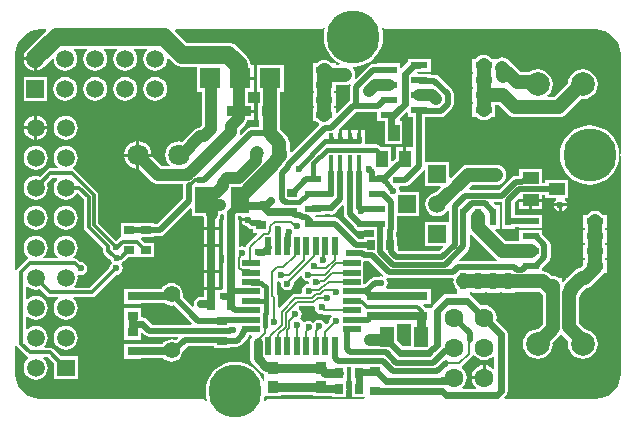
<source format=gtl>
G04*
G04 #@! TF.GenerationSoftware,Altium Limited,Altium Designer,20.0.12 (288)*
G04*
G04 Layer_Physical_Order=1*
G04 Layer_Color=255*
%FSLAX44Y44*%
%MOMM*%
G71*
G01*
G75*
%ADD10C,0.2000*%
%ADD11C,0.2500*%
%ADD12C,0.6000*%
%ADD15C,0.3000*%
%ADD16C,0.1600*%
%ADD31R,0.9500X0.8000*%
%ADD36R,0.8000X0.9500*%
%ADD49C,1.6000*%
%ADD54C,1.5000*%
%ADD59R,0.8500X0.7000*%
%ADD60R,0.6000X1.4500*%
%ADD61R,0.9000X1.0000*%
%ADD62R,0.7000X0.8500*%
%ADD63R,1.4000X1.0000*%
%ADD64R,1.4500X0.6000*%
%ADD65R,1.0000X1.4000*%
%ADD66R,0.4000X0.9000*%
%ADD67R,1.2000X1.7400*%
%ADD68R,1.5000X0.5500*%
%ADD69R,0.5500X1.5000*%
%ADD70R,1.6000X2.2500*%
%ADD71C,0.4000*%
%ADD72C,0.5000*%
%ADD73C,1.2000*%
%ADD74C,0.8000*%
%ADD75C,1.5000*%
%ADD76C,0.7000*%
%ADD77C,1.0000*%
%ADD78C,1.0000*%
%ADD79C,4.5000*%
%ADD80R,1.5000X1.4500*%
%ADD81R,1.5000X1.5000*%
%ADD82R,1.5000X1.5000*%
%ADD83C,2.0000*%
%ADD84C,1.4000*%
%ADD85C,1.8000*%
%ADD86C,1.2000*%
%ADD87R,1.8000X1.8000*%
%ADD88C,0.6000*%
G36*
X266090Y317439D02*
X265322Y314909D01*
X264839Y310000D01*
X265322Y305091D01*
X266754Y300371D01*
X269079Y296021D01*
X272208Y292208D01*
X276021Y289079D01*
X278258Y287884D01*
X277940Y286614D01*
X275040D01*
Y287590D01*
X271857D01*
X271741Y287741D01*
X271341Y288141D01*
X269557Y289510D01*
X268340Y290014D01*
X267479Y290370D01*
X265250Y290664D01*
X263021Y290370D01*
X260943Y289510D01*
X259159Y288141D01*
X258737Y287590D01*
X255460D01*
Y276510D01*
X255503D01*
X255816Y276160D01*
X255460Y274890D01*
X255460D01*
Y263810D01*
X256636D01*
Y262190D01*
X255460D01*
Y251110D01*
X256636D01*
Y249490D01*
X255460D01*
Y238410D01*
X258737D01*
X259159Y237859D01*
X260644Y236720D01*
X260984Y235265D01*
X237868Y212149D01*
X236533Y212610D01*
X236320Y214229D01*
X235914Y215211D01*
Y219994D01*
X235620Y222224D01*
X234760Y224301D01*
X233391Y226085D01*
X227594Y231882D01*
Y239397D01*
X227835Y239980D01*
X228129Y242210D01*
Y263460D01*
X231340D01*
Y286540D01*
X208260D01*
Y263460D01*
X210901D01*
Y254290D01*
X209460D01*
Y239710D01*
X210366D01*
Y233453D01*
X203314D01*
X201348Y233062D01*
X199681Y231948D01*
X194515Y226782D01*
X193438Y227502D01*
X193596Y227882D01*
X193855Y229851D01*
X193714Y230925D01*
X193758Y231263D01*
X198128Y235632D01*
X199336Y237208D01*
X200096Y239042D01*
X200184Y239710D01*
X206040D01*
Y245730D01*
X199500D01*
Y248270D01*
X206040D01*
Y254290D01*
X200355D01*
Y263460D01*
X205940D01*
Y273730D01*
X194400D01*
Y276270D01*
X205940D01*
Y286540D01*
X202957D01*
X202682Y288634D01*
X201670Y291077D01*
X200061Y293174D01*
X200061Y293174D01*
X191274Y301961D01*
X189177Y303570D01*
X186734Y304582D01*
X184113Y304927D01*
X184113Y304927D01*
X149395D01*
X139104Y315217D01*
X139590Y316391D01*
X261419D01*
X261696Y316336D01*
X263078Y316610D01*
X264249Y317393D01*
X265031Y318564D01*
X265107Y318575D01*
X266090Y317439D01*
D02*
G37*
G36*
X286968Y270114D02*
X287684Y269322D01*
X287361Y267699D01*
Y256279D01*
X286048Y255402D01*
X276213Y245567D01*
X275040Y246053D01*
Y249490D01*
X273864D01*
Y251110D01*
X275040D01*
Y262190D01*
X273864D01*
Y263810D01*
X275040D01*
Y269386D01*
X283000D01*
X285229Y269680D01*
X286678Y270280D01*
X286968Y270114D01*
D02*
G37*
G36*
X314969Y318564D02*
X315751Y317393D01*
X316922Y316610D01*
X318304Y316336D01*
X318581Y316391D01*
X495000Y316391D01*
X495153Y316421D01*
X499182Y316024D01*
X503203Y314804D01*
X506909Y312824D01*
X510158Y310158D01*
X512824Y306909D01*
X514804Y303203D01*
X516024Y299182D01*
X516421Y295153D01*
X516391Y295000D01*
Y210474D01*
X515121Y210411D01*
X515080Y210820D01*
X514678Y214909D01*
X513246Y219629D01*
X510921Y223979D01*
X507792Y227792D01*
X503979Y230921D01*
X499629Y233246D01*
X494909Y234678D01*
X490000Y235161D01*
X485091Y234678D01*
X480371Y233246D01*
X476021Y230921D01*
X472208Y227792D01*
X469079Y223979D01*
X466754Y219629D01*
X465322Y214909D01*
X464839Y210000D01*
X465322Y205091D01*
X466754Y200371D01*
X469079Y196021D01*
X472208Y192208D01*
X476021Y189079D01*
X480371Y186754D01*
X485091Y185322D01*
X490000Y184839D01*
X494909Y185322D01*
X499629Y186754D01*
X503979Y189079D01*
X507792Y192208D01*
X510921Y196021D01*
X513246Y200371D01*
X514678Y205091D01*
X515080Y209180D01*
X515121Y209589D01*
X516391Y209526D01*
Y25000D01*
X516421Y24847D01*
X516024Y20818D01*
X514804Y16797D01*
X512824Y13091D01*
X510158Y9842D01*
X506909Y7176D01*
X503203Y5196D01*
X499182Y3976D01*
X495153Y3579D01*
X495000Y3609D01*
X418202D01*
X417716Y4783D01*
X418994Y6061D01*
X418994Y6061D01*
X420219Y7893D01*
X420649Y10055D01*
X420648Y10055D01*
Y58100D01*
X420649Y58100D01*
X420219Y60262D01*
X418994Y62094D01*
X418994Y62094D01*
X411023Y70065D01*
X411331Y72400D01*
X410969Y75152D01*
X409907Y77716D01*
X408217Y79917D01*
X406016Y81607D01*
X403451Y82669D01*
X400700Y83031D01*
X398365Y82724D01*
X390394Y90694D01*
X388562Y91919D01*
X388380Y91955D01*
X388505Y93225D01*
X388740D01*
Y94401D01*
X390360D01*
Y93225D01*
X401440D01*
Y94401D01*
X403060D01*
Y93225D01*
X414140D01*
Y94401D01*
X415760D01*
Y93225D01*
X426840D01*
Y94401D01*
X447167D01*
X450386Y91182D01*
Y66887D01*
X446130Y62631D01*
X446000Y62648D01*
X442726Y62217D01*
X439676Y60954D01*
X437056Y58944D01*
X435046Y56324D01*
X433783Y53274D01*
X433352Y50000D01*
X433783Y46726D01*
X435046Y43676D01*
X437056Y41056D01*
X439676Y39046D01*
X442726Y37783D01*
X446000Y37352D01*
X449274Y37783D01*
X452324Y39046D01*
X454944Y41056D01*
X456954Y43676D01*
X458217Y46726D01*
X458648Y50000D01*
X458557Y50695D01*
X465091Y57229D01*
X465154Y57312D01*
X466762Y57321D01*
X471758Y52325D01*
X471452Y50000D01*
X471883Y46726D01*
X473146Y43676D01*
X475156Y41056D01*
X477776Y39046D01*
X480826Y37783D01*
X484100Y37352D01*
X487374Y37783D01*
X490424Y39046D01*
X493044Y41056D01*
X495054Y43676D01*
X496317Y46726D01*
X496748Y50000D01*
X496317Y53274D01*
X495054Y56324D01*
X493044Y58944D01*
X490424Y60954D01*
X487374Y62217D01*
X486056Y62391D01*
X480884Y67563D01*
Y89347D01*
X481720Y90436D01*
X482247Y91710D01*
X482790D01*
Y93358D01*
X486918Y97487D01*
X488609Y97709D01*
X490686Y98570D01*
X492470Y99939D01*
X500591Y108059D01*
X501960Y109843D01*
X502174Y110360D01*
X504290D01*
Y121440D01*
X503114D01*
Y123060D01*
X504290D01*
Y134140D01*
X503114D01*
Y135760D01*
X504290D01*
Y146840D01*
X503114D01*
Y148460D01*
X504290D01*
Y159540D01*
X501013D01*
X500591Y160091D01*
X498807Y161460D01*
X496729Y162320D01*
X494500Y162614D01*
X492271Y162320D01*
X490193Y161460D01*
X488409Y160091D01*
X487987Y159540D01*
X484710D01*
Y148460D01*
X485886D01*
Y146840D01*
X484710D01*
Y135760D01*
X485886D01*
Y134140D01*
X484710D01*
Y123060D01*
X485886D01*
Y121440D01*
X484710D01*
Y116542D01*
X482741Y114572D01*
X481050Y114350D01*
X480190Y113993D01*
X478973Y113489D01*
X477189Y112120D01*
X471358Y106290D01*
X469710D01*
Y104642D01*
X468169Y103101D01*
X467694Y102482D01*
X467036Y102549D01*
X466339Y102802D01*
X466290Y102920D01*
Y106290D01*
X463198D01*
X462977Y106460D01*
X460899Y107320D01*
X458670Y107614D01*
X458359Y107573D01*
X456826Y109106D01*
X455042Y110474D01*
X453825Y110978D01*
X452965Y111335D01*
X450735Y111628D01*
X449790D01*
Y114173D01*
X455384Y119766D01*
X456498Y121433D01*
X456889Y123400D01*
Y133800D01*
X456498Y135766D01*
X455384Y137434D01*
X449790Y143027D01*
Y146840D01*
X430210D01*
Y137214D01*
X419519D01*
X410181Y146551D01*
X410667Y147725D01*
X414140D01*
Y167305D01*
X410327D01*
X408409Y169223D01*
X408895Y170396D01*
X415703D01*
X416161Y170020D01*
Y167305D01*
X415760D01*
Y147725D01*
X426840D01*
Y148861D01*
X430210D01*
Y148460D01*
X449790D01*
Y159540D01*
X430210D01*
Y159139D01*
X426840D01*
Y167305D01*
X426439D01*
Y170136D01*
X429287Y172984D01*
X429803Y172770D01*
X440000D01*
X449540D01*
Y175861D01*
X452460D01*
Y173460D01*
X461164D01*
X461549Y172190D01*
X461256Y171994D01*
X460031Y170162D01*
X459854Y169270D01*
X470646D01*
X470469Y170162D01*
X469244Y171994D01*
X468951Y172190D01*
X469336Y173460D01*
X471540D01*
Y188540D01*
X452460D01*
Y186139D01*
X449540D01*
Y198040D01*
X430460D01*
Y192409D01*
X427438D01*
X425472Y192018D01*
X423805Y190904D01*
X413574Y180673D01*
X388355D01*
X387869Y181847D01*
X390408Y184386D01*
X411000D01*
X413229Y184680D01*
X415307Y185540D01*
X417091Y186909D01*
X418460Y188693D01*
X419320Y190771D01*
X419614Y193000D01*
X419320Y195229D01*
X418460Y197307D01*
X417091Y199091D01*
X415307Y200460D01*
X413229Y201320D01*
X411000Y201614D01*
X386841D01*
X386840Y201614D01*
X385726Y201467D01*
X384611Y201320D01*
X382533Y200460D01*
X380750Y199091D01*
X380749Y199091D01*
X372608Y190949D01*
X372310Y190561D01*
X371040Y190992D01*
Y203840D01*
X350960D01*
X350889Y205081D01*
Y242311D01*
X354887D01*
X355591Y242171D01*
X363909D01*
X365875Y242562D01*
X367542Y243676D01*
X373424Y249558D01*
X374538Y251225D01*
X374929Y253191D01*
Y261509D01*
X374538Y263475D01*
X373424Y265142D01*
X362082Y276484D01*
X360415Y277598D01*
X358449Y277989D01*
X355540D01*
Y278890D01*
X344883D01*
X344204Y280160D01*
X344365Y280401D01*
X345750D01*
X346296Y280510D01*
X355540D01*
Y291590D01*
X346296D01*
X345750Y291698D01*
X341129D01*
X340583Y291590D01*
X335960D01*
Y288869D01*
X330713Y283623D01*
X329540Y284109D01*
Y287590D01*
X309960D01*
Y287189D01*
X306851D01*
X304885Y286798D01*
X303218Y285684D01*
X292264Y274730D01*
X291187Y275449D01*
X291320Y275771D01*
X291614Y278000D01*
X291320Y280229D01*
X290460Y282307D01*
X289455Y283616D01*
X289872Y284553D01*
X290109Y284850D01*
X294909Y285322D01*
X299629Y286754D01*
X303979Y289079D01*
X307792Y292208D01*
X310921Y296021D01*
X313246Y300371D01*
X314678Y305091D01*
X315161Y310000D01*
X314678Y314909D01*
X313910Y317439D01*
X314893Y318575D01*
X314969Y318564D01*
D02*
G37*
G36*
X25000Y316391D02*
X29330D01*
X29816Y315217D01*
X13639Y299041D01*
X12030Y296943D01*
X11018Y294501D01*
X10777Y292670D01*
X20800D01*
Y291400D01*
X22070D01*
Y281441D01*
X23421Y281618D01*
X25863Y282630D01*
X27961Y284239D01*
X29544Y286303D01*
X34938Y291697D01*
X36116Y291078D01*
X36418Y288779D01*
X37430Y286337D01*
X39039Y284239D01*
X41137Y282630D01*
X43579Y281618D01*
X46200Y281273D01*
X48821Y281618D01*
X51263Y282630D01*
X53361Y284239D01*
X54970Y286337D01*
X55982Y288779D01*
X56327Y291400D01*
X55982Y294021D01*
X54970Y296463D01*
X53361Y298561D01*
X53217Y298671D01*
X53625Y299873D01*
X64175D01*
X64583Y298671D01*
X64439Y298561D01*
X62830Y296463D01*
X61818Y294021D01*
X61473Y291400D01*
X61818Y288779D01*
X62830Y286337D01*
X64439Y284239D01*
X66537Y282630D01*
X68979Y281618D01*
X71600Y281273D01*
X74221Y281618D01*
X76663Y282630D01*
X78761Y284239D01*
X80370Y286337D01*
X81382Y288779D01*
X81727Y291400D01*
X81382Y294021D01*
X80370Y296463D01*
X78761Y298561D01*
X78617Y298671D01*
X79025Y299873D01*
X89575D01*
X89983Y298671D01*
X89839Y298561D01*
X88230Y296463D01*
X87218Y294021D01*
X86873Y291400D01*
X87218Y288779D01*
X88230Y286337D01*
X89839Y284239D01*
X91937Y282630D01*
X94379Y281618D01*
X97000Y281273D01*
X99621Y281618D01*
X102063Y282630D01*
X104161Y284239D01*
X105770Y286337D01*
X106782Y288779D01*
X107127Y291400D01*
X106782Y294021D01*
X105770Y296463D01*
X104161Y298561D01*
X104017Y298671D01*
X104425Y299873D01*
X114975D01*
X115383Y298671D01*
X115239Y298561D01*
X113630Y296463D01*
X112618Y294021D01*
X112273Y291400D01*
X112618Y288779D01*
X113630Y286337D01*
X115239Y284239D01*
X117337Y282630D01*
X119779Y281618D01*
X122400Y281273D01*
X125021Y281618D01*
X127463Y282630D01*
X129561Y284239D01*
X131170Y286337D01*
X132182Y288779D01*
X132521Y291361D01*
X132900Y291647D01*
X133658Y292021D01*
X138039Y287640D01*
X138039Y287639D01*
X140137Y286030D01*
X142579Y285019D01*
X145200Y284673D01*
X157460D01*
Y263460D01*
X161895D01*
Y247000D01*
X162145Y245101D01*
Y235150D01*
X160263Y233268D01*
X158369Y233019D01*
X157295Y232574D01*
X156535Y232259D01*
X154960Y231050D01*
X145195Y221285D01*
X142500Y221640D01*
X139487Y221243D01*
X136680Y220080D01*
X134270Y218230D01*
X132420Y215820D01*
X131257Y213013D01*
X130860Y210000D01*
X131257Y206987D01*
X132420Y204180D01*
X134270Y201770D01*
X134611Y201508D01*
X134203Y200305D01*
X127950D01*
X119525Y208730D01*
X108770D01*
Y197975D01*
X119422Y187322D01*
X120997Y186114D01*
X122832Y185354D01*
X124800Y185095D01*
X145311D01*
X146020Y184230D01*
Y173538D01*
X123871Y151389D01*
X121040D01*
Y152290D01*
X107460D01*
Y152290D01*
X107040D01*
Y152290D01*
X93460D01*
Y140652D01*
X92974Y140556D01*
X91638Y139663D01*
X89520Y137545D01*
X89221Y137605D01*
X74119Y152706D01*
Y175995D01*
X73806Y177571D01*
X72913Y178908D01*
X54408Y197413D01*
X53071Y198306D01*
X52908Y198338D01*
X52592Y199696D01*
X53561Y200439D01*
X55170Y202537D01*
X56182Y204979D01*
X56527Y207600D01*
X56182Y210221D01*
X55170Y212663D01*
X53561Y214761D01*
X51463Y216370D01*
X49021Y217382D01*
X46400Y217727D01*
X43779Y217382D01*
X41337Y216370D01*
X39239Y214761D01*
X37630Y212663D01*
X36618Y210221D01*
X36273Y207600D01*
X36618Y204979D01*
X37630Y202537D01*
X39239Y200439D01*
X39957Y199889D01*
X39525Y198619D01*
X33300D01*
X31724Y198306D01*
X30387Y197413D01*
X24565Y191590D01*
X23621Y191982D01*
X21000Y192327D01*
X18379Y191982D01*
X15937Y190970D01*
X13839Y189361D01*
X12230Y187263D01*
X11218Y184821D01*
X10873Y182200D01*
X11218Y179579D01*
X12230Y177137D01*
X13839Y175039D01*
X15937Y173430D01*
X18379Y172418D01*
X21000Y172073D01*
X23621Y172418D01*
X26063Y173430D01*
X28161Y175039D01*
X29770Y177137D01*
X30782Y179579D01*
X31127Y182200D01*
X30782Y184821D01*
X30391Y185765D01*
X35006Y190381D01*
X38660D01*
X39048Y189111D01*
X37630Y187263D01*
X36618Y184821D01*
X36273Y182200D01*
X36618Y179579D01*
X37630Y177137D01*
X39239Y175039D01*
X41337Y173430D01*
X43779Y172418D01*
X46400Y172073D01*
X49021Y172418D01*
X51463Y173430D01*
X53561Y175039D01*
X55170Y177137D01*
X55178Y177157D01*
X56676Y177455D01*
X61611Y172520D01*
Y149231D01*
X61924Y147655D01*
X62817Y146319D01*
X77841Y131295D01*
Y129084D01*
X78154Y127508D01*
X79047Y126171D01*
X83171Y122047D01*
X84508Y121154D01*
X84520Y121152D01*
X84667Y120412D01*
X85851Y118640D01*
X84884Y117994D01*
X83659Y116161D01*
X83273Y114221D01*
X66872Y97819D01*
X54140D01*
X53752Y99089D01*
X55170Y100937D01*
X56182Y103379D01*
X56527Y106000D01*
X56304Y107691D01*
X56339Y107763D01*
X57458Y108658D01*
X59000Y108351D01*
X61162Y108781D01*
X62994Y110006D01*
X64219Y111838D01*
X64648Y114000D01*
X64219Y116162D01*
X62994Y117994D01*
X61162Y119219D01*
X59000Y119649D01*
X58470Y119543D01*
X56801Y121213D01*
X55465Y122106D01*
X53888Y122419D01*
X53275D01*
X52843Y123689D01*
X53561Y124239D01*
X55170Y126337D01*
X56182Y128779D01*
X56527Y131400D01*
X56182Y134021D01*
X55170Y136463D01*
X53561Y138561D01*
X51463Y140170D01*
X49021Y141182D01*
X46400Y141527D01*
X43779Y141182D01*
X41337Y140170D01*
X39239Y138561D01*
X37630Y136463D01*
X36618Y134021D01*
X36273Y131400D01*
X36618Y128779D01*
X37630Y126337D01*
X39239Y124239D01*
X39957Y123689D01*
X39525Y122419D01*
X27875D01*
X27443Y123689D01*
X28161Y124239D01*
X29770Y126337D01*
X30782Y128779D01*
X31127Y131400D01*
X30782Y134021D01*
X29770Y136463D01*
X28161Y138561D01*
X26063Y140170D01*
X23621Y141182D01*
X21000Y141527D01*
X18379Y141182D01*
X15937Y140170D01*
X13839Y138561D01*
X12230Y136463D01*
X11218Y134021D01*
X10873Y131400D01*
X11218Y128779D01*
X12230Y126337D01*
X13839Y124239D01*
X14808Y123496D01*
X14492Y122138D01*
X14329Y122106D01*
X12993Y121213D01*
X5787Y114008D01*
X4894Y112671D01*
X4879Y112595D01*
X3609Y112720D01*
Y293736D01*
X3609Y293750D01*
X3609Y295000D01*
X3686Y296238D01*
X3976Y299182D01*
X5196Y303203D01*
X7176Y306909D01*
X9842Y310158D01*
X13091Y312824D01*
X16797Y314804D01*
X20818Y316024D01*
X24847Y316421D01*
X25000Y316391D01*
D02*
G37*
G36*
X309960Y238410D02*
X316352D01*
Y231000D01*
X316351Y231000D01*
X316460Y230454D01*
Y219460D01*
X331540D01*
Y238540D01*
X329540D01*
Y241502D01*
X331947Y243909D01*
X333065Y244656D01*
X334787Y246377D01*
X335960Y245891D01*
Y242410D01*
X340611D01*
Y216540D01*
X334770D01*
Y207000D01*
X332230D01*
Y216540D01*
X325960D01*
Y206955D01*
X324730Y206134D01*
X323213Y204617D01*
X322040Y205103D01*
Y216540D01*
X313506D01*
X312273Y217773D01*
X310771Y218777D01*
X309000Y219129D01*
X309000Y219129D01*
X299540D01*
Y221303D01*
X299629Y221750D01*
Y224000D01*
X299540Y224447D01*
Y231040D01*
X296270D01*
Y224000D01*
X293730D01*
Y231040D01*
X288270D01*
Y224000D01*
X285730D01*
Y231040D01*
X280270D01*
Y224000D01*
X277730D01*
Y231403D01*
X277395Y232213D01*
X291810Y246629D01*
X309960D01*
Y238410D01*
D02*
G37*
G36*
X281861Y166935D02*
Y160000D01*
X282252Y158034D01*
X283366Y156366D01*
X290585Y149148D01*
X290613Y149007D01*
X291838Y147174D01*
X293670Y145950D01*
X295832Y145520D01*
X297993Y145950D01*
X299190Y146750D01*
X300460Y146462D01*
Y146410D01*
X307611D01*
Y140790D01*
X298710D01*
Y139139D01*
X294128D01*
X277634Y155634D01*
X275966Y156748D01*
X274000Y157139D01*
X265540D01*
Y157490D01*
X257890D01*
X257640Y157840D01*
X258293Y159110D01*
X265540D01*
Y159686D01*
X269317D01*
X271000Y159352D01*
X273162Y159781D01*
X274994Y161006D01*
X276219Y162838D01*
X276247Y162979D01*
X280688Y167421D01*
X281861Y166935D01*
D02*
G37*
G36*
X195737Y156940D02*
X195604Y156270D01*
X201000D01*
Y153730D01*
X195604D01*
X195781Y152838D01*
X197006Y151006D01*
X198838Y149781D01*
X199726Y149605D01*
X200386Y148616D01*
X202053Y147502D01*
X204020Y147111D01*
X204710D01*
Y144210D01*
X207954D01*
X208440Y143037D01*
X200158Y134755D01*
X199375Y133584D01*
X199264Y133022D01*
X198222Y132262D01*
X197865Y132286D01*
X196010Y132655D01*
X194060Y132267D01*
X192790Y132920D01*
Y140290D01*
X192790D01*
Y140710D01*
X192790D01*
Y155290D01*
X192408D01*
Y158199D01*
X192419Y158210D01*
X195071D01*
X195737Y156940D01*
D02*
G37*
G36*
X350960Y197326D02*
Y183760D01*
X363234D01*
X363452Y183511D01*
X363791Y182490D01*
X359650Y178349D01*
X358379Y178182D01*
X355937Y177170D01*
X353839Y175561D01*
X352230Y173463D01*
X351218Y171021D01*
X350873Y168400D01*
X351218Y165779D01*
X352230Y163337D01*
X353839Y161239D01*
X355937Y159630D01*
X358379Y158618D01*
X361000Y158273D01*
X363621Y158618D01*
X366063Y159630D01*
X368161Y161239D01*
X369291Y162713D01*
X370561Y162282D01*
Y153040D01*
X350960D01*
Y132960D01*
X365784D01*
X366271Y131787D01*
X363123Y128639D01*
X328496D01*
X327389Y129746D01*
Y133000D01*
X327290Y133497D01*
Y140790D01*
X326389D01*
Y144583D01*
X326748Y145119D01*
X327139Y147086D01*
Y158360D01*
X345640D01*
Y178440D01*
X330203D01*
X329397Y179422D01*
X329414Y179509D01*
X328984Y181670D01*
X328663Y182151D01*
X329342Y183421D01*
X333424D01*
X335391Y183812D01*
X337058Y184926D01*
X349384Y197252D01*
X349690Y197711D01*
X350960Y197326D01*
D02*
G37*
G36*
X153210Y164534D02*
Y158210D01*
X162631D01*
X162654Y158032D01*
X163264Y156560D01*
X163210Y155290D01*
X163210D01*
Y149270D01*
X169750D01*
X176290D01*
Y155290D01*
X176290D01*
X176671Y156402D01*
X177346Y158032D01*
X177587Y159860D01*
X178822Y160022D01*
X180092Y159194D01*
Y155290D01*
X179710D01*
Y140710D01*
X179710D01*
Y140290D01*
X179710D01*
Y125710D01*
X180092D01*
Y118290D01*
X179710D01*
Y103710D01*
Y96141D01*
X177588Y95719D01*
X177410Y95599D01*
X177166Y95730D01*
X169750D01*
X163210D01*
Y90158D01*
X161000D01*
X158643Y89690D01*
X156645Y88355D01*
X155310Y86357D01*
X154842Y84000D01*
X155049Y82957D01*
X154047Y81518D01*
X153791Y81476D01*
X145348Y89919D01*
X145622Y92000D01*
X145295Y94490D01*
X144333Y96811D01*
X142804Y98804D01*
X140811Y100333D01*
X138490Y101294D01*
X136000Y101622D01*
X133510Y101294D01*
X131189Y100333D01*
X129196Y98804D01*
X127741Y96908D01*
X103500D01*
X102905Y96790D01*
X95710D01*
Y83710D01*
X110290D01*
Y84592D01*
X129984D01*
X131189Y83667D01*
X133510Y82705D01*
X136000Y82378D01*
X138081Y82652D01*
X153171Y67562D01*
X152685Y66389D01*
X119242D01*
X116577Y69054D01*
X116545Y69209D01*
X115315Y71038D01*
X113478Y72256D01*
X111314Y72678D01*
X111190Y72677D01*
X110290Y73574D01*
Y80290D01*
X95710D01*
Y67210D01*
X95710D01*
Y66790D01*
X95710D01*
Y53710D01*
X110290D01*
Y59147D01*
X111463Y59633D01*
X113480Y57616D01*
X115147Y56502D01*
X117114Y56111D01*
X141120D01*
X141606Y54938D01*
X139885Y53217D01*
X138490Y53794D01*
X136000Y54122D01*
X133510Y53794D01*
X131189Y52833D01*
X129196Y51304D01*
X128413Y50283D01*
X110290D01*
Y50290D01*
X95710D01*
Y37210D01*
X110290D01*
Y37967D01*
X128988D01*
X129196Y37696D01*
X131189Y36167D01*
X133510Y35206D01*
X136000Y34878D01*
X138490Y35206D01*
X140811Y36167D01*
X142804Y37696D01*
X144333Y39689D01*
X145295Y42010D01*
X145610Y44408D01*
X149774Y48571D01*
X172210D01*
Y46710D01*
X185790D01*
Y47571D01*
X191120D01*
X193087Y47962D01*
X194754Y49076D01*
X200391Y54714D01*
X201505Y56381D01*
X201670Y57210D01*
X203367D01*
X203972Y55940D01*
X203287Y55048D01*
X202628Y53457D01*
X202404Y51750D01*
Y38000D01*
X202628Y36293D01*
X203287Y34702D01*
X204336Y33336D01*
X211586Y26086D01*
X212952Y25037D01*
X214543Y24378D01*
X214710Y24356D01*
Y22560D01*
X214710Y22210D01*
X214710D01*
Y21290D01*
X214710D01*
Y19177D01*
X213440Y18989D01*
X213246Y19629D01*
X210921Y23979D01*
X207792Y27792D01*
X203979Y30921D01*
X199629Y33246D01*
X194909Y34678D01*
X190000Y35161D01*
X185091Y34678D01*
X180371Y33246D01*
X176021Y30921D01*
X172208Y27792D01*
X169079Y23979D01*
X166754Y19629D01*
X165322Y14909D01*
X164839Y10000D01*
X165322Y5091D01*
X166090Y2561D01*
X165107Y1425D01*
X165031Y1436D01*
X164249Y2607D01*
X163078Y3390D01*
X161696Y3664D01*
X161419Y3609D01*
X25000D01*
X24847Y3579D01*
X20818Y3976D01*
X16797Y5196D01*
X13091Y7176D01*
X9842Y9842D01*
X7176Y13091D01*
X5196Y16797D01*
X3976Y20818D01*
X3687Y23752D01*
X3609Y25000D01*
X3609Y25000D01*
X3609Y26250D01*
Y48480D01*
X4879Y48605D01*
X4894Y48529D01*
X5787Y47193D01*
X13065Y39915D01*
X14401Y39022D01*
X14432Y39016D01*
X14748Y37658D01*
X13839Y36961D01*
X12230Y34863D01*
X11218Y32421D01*
X10873Y29800D01*
X11218Y27179D01*
X12230Y24737D01*
X13839Y22639D01*
X15937Y21030D01*
X18379Y20018D01*
X21000Y19673D01*
X23621Y20018D01*
X26063Y21030D01*
X28161Y22639D01*
X29770Y24737D01*
X30782Y27179D01*
X31127Y29800D01*
X30782Y32421D01*
X29770Y34863D01*
X28161Y36961D01*
X27538Y37438D01*
X27969Y38709D01*
X31416D01*
X36360Y33765D01*
Y20010D01*
X56440D01*
Y39590D01*
X42185D01*
X36035Y45740D01*
X34699Y46633D01*
X33122Y46947D01*
X28615D01*
X28297Y48217D01*
X29770Y50137D01*
X30782Y52579D01*
X31127Y55200D01*
X30782Y57821D01*
X29770Y60263D01*
X28161Y62361D01*
X26063Y63970D01*
X23621Y64982D01*
X21000Y65327D01*
X18379Y64982D01*
X15937Y63970D01*
X14089Y62552D01*
X12819Y62940D01*
Y72860D01*
X14089Y73248D01*
X15937Y71830D01*
X18379Y70818D01*
X21000Y70473D01*
X23621Y70818D01*
X26063Y71830D01*
X28161Y73439D01*
X29770Y75537D01*
X30782Y77979D01*
X31127Y80600D01*
X30782Y83221D01*
X29770Y85663D01*
X28161Y87761D01*
X26063Y89370D01*
X23621Y90382D01*
X21000Y90727D01*
X18379Y90382D01*
X15937Y89370D01*
X14089Y87952D01*
X12819Y88340D01*
Y98260D01*
X14089Y98648D01*
X15937Y97230D01*
X18379Y96218D01*
X21000Y95873D01*
X23621Y96218D01*
X24565Y96609D01*
X30387Y90787D01*
X31724Y89894D01*
X33300Y89581D01*
X39525D01*
X39957Y88311D01*
X39239Y87761D01*
X37630Y85663D01*
X36618Y83221D01*
X36273Y80600D01*
X36618Y77979D01*
X37630Y75537D01*
X39239Y73439D01*
X41337Y71830D01*
X43779Y70818D01*
X46400Y70473D01*
X49021Y70818D01*
X51463Y71830D01*
X53561Y73439D01*
X55170Y75537D01*
X56182Y77979D01*
X56527Y80600D01*
X56182Y83221D01*
X55170Y85663D01*
X53561Y87761D01*
X52843Y88311D01*
X53275Y89581D01*
X68578D01*
X70155Y89894D01*
X71491Y90787D01*
X89099Y108395D01*
X91039Y108781D01*
X92872Y110006D01*
X94096Y111838D01*
X94527Y114000D01*
X94096Y116161D01*
X92913Y117933D01*
X93880Y118580D01*
X94377Y119323D01*
X94474Y119342D01*
X95810Y120235D01*
X99285Y123710D01*
X107040D01*
X107040Y123710D01*
X107460D01*
Y123710D01*
X108310Y123710D01*
X121040D01*
Y135790D01*
X113285D01*
X110135Y138940D01*
X110661Y140210D01*
X121040D01*
Y141111D01*
X126000D01*
X127966Y141502D01*
X129634Y142616D01*
X152037Y165019D01*
X153210Y164534D01*
D02*
G37*
G36*
X389809Y142560D02*
X409860Y122509D01*
X411601Y121173D01*
X411614Y121048D01*
X411294Y119903D01*
X379585D01*
X379059Y121173D01*
X386834Y128948D01*
X387948Y130615D01*
X388339Y132582D01*
Y142390D01*
X389609Y142822D01*
X389809Y142560D01*
D02*
G37*
G36*
X315449Y108284D02*
X314824Y107113D01*
X313389Y107399D01*
X311227Y106969D01*
X311108Y106889D01*
X308250D01*
X306283Y106498D01*
X304616Y105384D01*
X299810Y100577D01*
X298540Y101103D01*
Y113210D01*
Y119417D01*
X299386Y120111D01*
X303622D01*
X315449Y108284D01*
D02*
G37*
G36*
X246371Y107498D02*
X246586Y106418D01*
X247810Y104586D01*
X249643Y103361D01*
X251207Y103050D01*
X252307Y102082D01*
X252012Y100903D01*
X249851Y100473D01*
X248018Y99249D01*
X246794Y97416D01*
X246364Y95255D01*
X246694Y93594D01*
X245896Y92324D01*
X240599D01*
X239218Y92049D01*
X238047Y91267D01*
X227640Y80860D01*
X226370Y81386D01*
Y89617D01*
X226096Y90998D01*
X225313Y92169D01*
X225069Y92414D01*
Y102558D01*
X225980Y103045D01*
X226339Y103118D01*
X227434Y102900D01*
X228457Y101534D01*
X228351Y101000D01*
X228781Y98838D01*
X230005Y97006D01*
X231838Y95781D01*
X234000Y95351D01*
X236161Y95781D01*
X237994Y97006D01*
X239218Y98838D01*
X239648Y101000D01*
X239387Y102310D01*
X244993Y107915D01*
X246371Y107498D01*
D02*
G37*
G36*
X320040Y105821D02*
X373744D01*
X373939Y105722D01*
X374764Y104712D01*
X374792Y104578D01*
X374586Y103015D01*
X374880Y100785D01*
X375740Y98708D01*
X377109Y96924D01*
X377660Y96501D01*
Y93225D01*
X376753Y92348D01*
X369377D01*
X369377Y92349D01*
X367215Y91919D01*
X365383Y90694D01*
X365383Y90694D01*
X357006Y82317D01*
X356212Y81130D01*
X355290Y80290D01*
X351349D01*
X351243Y80418D01*
X350913Y80913D01*
X350734Y81032D01*
X350597Y81197D01*
X348978Y82513D01*
X349403Y83710D01*
X355290D01*
Y96790D01*
X318049D01*
X317586Y98060D01*
X318607Y99588D01*
X319037Y101750D01*
X318607Y103912D01*
X317914Y104949D01*
X318678Y106092D01*
X320040Y105821D01*
D02*
G37*
G36*
X257185Y81128D02*
X257390Y80802D01*
X257781Y78838D01*
X259005Y77006D01*
X260838Y75781D01*
X262999Y75351D01*
X263647Y75480D01*
X264118Y75165D01*
X265499Y74891D01*
X271306D01*
X271691Y73621D01*
X271155Y73262D01*
X269930Y71430D01*
X269500Y69268D01*
X269590Y68814D01*
X267540Y66764D01*
X266333Y67034D01*
X266187Y67207D01*
X264994Y68994D01*
X263161Y70218D01*
X261000Y70648D01*
X258838Y70218D01*
X257005Y68994D01*
X256337Y67994D01*
X255994D01*
X254162Y69219D01*
X252000Y69648D01*
X249838Y69219D01*
X248870Y68571D01*
X247831Y68201D01*
X247242Y68895D01*
X246506Y69997D01*
X244828Y71118D01*
X245980Y72842D01*
X246410Y75004D01*
X245980Y77165D01*
X244756Y78998D01*
X243766Y79660D01*
X243531Y81098D01*
X244144Y81835D01*
X256076D01*
X256228Y81866D01*
X257185Y81128D01*
D02*
G37*
G36*
X338760Y47948D02*
X332040D01*
X327240Y52748D01*
Y67210D01*
X338760D01*
Y47948D01*
D02*
G37*
G36*
X393183Y39483D02*
X395385Y37793D01*
X397948Y36731D01*
X400700Y36369D01*
X403451Y36731D01*
X406016Y37793D01*
X408082Y39379D01*
X409327Y39106D01*
X409352Y39098D01*
Y29502D01*
X409327Y29494D01*
X408082Y29221D01*
X406016Y30807D01*
X403451Y31869D01*
X401970Y32064D01*
Y21600D01*
X400700D01*
Y20330D01*
X390236D01*
X390431Y18849D01*
X391493Y16285D01*
X393183Y14083D01*
X393996Y13458D01*
X393565Y12189D01*
X382435D01*
X382004Y13458D01*
X382817Y14083D01*
X384507Y16285D01*
X385569Y18849D01*
X385931Y21600D01*
X385569Y24351D01*
X384507Y26916D01*
X382817Y29117D01*
X381992Y29750D01*
X382043Y31312D01*
X382247Y31448D01*
X390152Y39353D01*
X390864Y40418D01*
X391211Y40557D01*
X392261Y40684D01*
X393183Y39483D01*
D02*
G37*
G36*
X287960Y18460D02*
X288460D01*
Y4960D01*
X299951D01*
X299995Y4879D01*
X299243Y3609D01*
X218580D01*
X218304Y3664D01*
X216922Y3390D01*
X215751Y2607D01*
X214969Y1436D01*
X214893Y1425D01*
X213910Y2561D01*
X214678Y5091D01*
X214788Y6210D01*
X221321D01*
X221750Y6154D01*
X222179Y6210D01*
X228790D01*
Y7154D01*
X255710D01*
Y6210D01*
X262321D01*
X262750Y6154D01*
X262864Y6169D01*
X263250Y6092D01*
X264847D01*
X264893Y6061D01*
X267250Y5592D01*
X271960D01*
Y4960D01*
X284040D01*
Y11155D01*
X284158Y11750D01*
X284040Y12345D01*
Y18460D01*
X284540D01*
Y25321D01*
X284596Y25750D01*
X284540Y26179D01*
Y30121D01*
X287960D01*
Y18460D01*
D02*
G37*
%LPC*%
G36*
X400250Y294664D02*
X398021Y294370D01*
X395943Y293510D01*
X394159Y292141D01*
X393737Y291590D01*
X390460D01*
Y280510D01*
X391636D01*
Y278890D01*
X390460D01*
Y267810D01*
X391636D01*
Y266190D01*
X390460D01*
Y255110D01*
X391636D01*
Y253490D01*
X390460D01*
Y242410D01*
X393737D01*
X394159Y241859D01*
X395943Y240490D01*
X398021Y239630D01*
X400250Y239336D01*
X402479Y239630D01*
X404557Y240490D01*
X406341Y241859D01*
X406763Y242410D01*
X410040D01*
Y252136D01*
X413432D01*
X420959Y244609D01*
X422743Y243240D01*
X424821Y242380D01*
X427050Y242086D01*
X463802D01*
X466031Y242380D01*
X468109Y243240D01*
X469893Y244609D01*
X482806Y257522D01*
X484100Y257352D01*
X487374Y257783D01*
X490424Y259046D01*
X493044Y261056D01*
X495054Y263676D01*
X496317Y266726D01*
X496748Y270000D01*
X496317Y273274D01*
X495054Y276324D01*
X493044Y278944D01*
X490424Y280954D01*
X487374Y282217D01*
X484100Y282648D01*
X480826Y282217D01*
X477776Y280954D01*
X475156Y278944D01*
X473146Y276324D01*
X471883Y273274D01*
X471532Y270612D01*
X460234Y259314D01*
X454648D01*
X454240Y260516D01*
X454944Y261056D01*
X456954Y263676D01*
X458217Y266726D01*
X458648Y270000D01*
X458217Y273274D01*
X456954Y276324D01*
X454944Y278944D01*
X452324Y280954D01*
X449274Y282217D01*
X446000Y282648D01*
X442726Y282217D01*
X439676Y280954D01*
X438621Y280144D01*
X431851D01*
X426655Y285341D01*
X424871Y286710D01*
X424673Y286791D01*
X424460Y287307D01*
X423091Y289091D01*
X422091Y290091D01*
X420307Y291460D01*
X418229Y292320D01*
X416000Y292614D01*
X413771Y292320D01*
X411693Y291460D01*
X411150Y291043D01*
X410040Y291590D01*
Y291590D01*
X406763D01*
X406341Y292141D01*
X404557Y293510D01*
X402479Y294370D01*
X400250Y294664D01*
D02*
G37*
G36*
X449540Y170230D02*
X441270D01*
Y163960D01*
X449540D01*
Y170230D01*
D02*
G37*
G36*
X438730D02*
X430460D01*
Y163960D01*
X438730D01*
Y170230D01*
D02*
G37*
G36*
X470646Y166730D02*
X466520D01*
Y162604D01*
X467412Y162781D01*
X469244Y164006D01*
X470469Y165838D01*
X470646Y166730D01*
D02*
G37*
G36*
X463980D02*
X459854D01*
X460031Y165838D01*
X461256Y164006D01*
X463088Y162781D01*
X463980Y162604D01*
Y166730D01*
D02*
G37*
G36*
X19530Y290130D02*
X10841D01*
X11018Y288779D01*
X12030Y286337D01*
X13639Y284239D01*
X15737Y282630D01*
X18179Y281618D01*
X19530Y281441D01*
Y290130D01*
D02*
G37*
G36*
X30840Y276040D02*
X10760D01*
Y255960D01*
X30840D01*
Y276040D01*
D02*
G37*
G36*
X122400Y276127D02*
X119779Y275782D01*
X117337Y274770D01*
X115239Y273161D01*
X113630Y271063D01*
X112618Y268621D01*
X112273Y266000D01*
X112618Y263379D01*
X113630Y260937D01*
X115239Y258839D01*
X117337Y257230D01*
X119779Y256218D01*
X122400Y255873D01*
X125021Y256218D01*
X127463Y257230D01*
X129561Y258839D01*
X131170Y260937D01*
X132182Y263379D01*
X132527Y266000D01*
X132182Y268621D01*
X131170Y271063D01*
X129561Y273161D01*
X127463Y274770D01*
X125021Y275782D01*
X122400Y276127D01*
D02*
G37*
G36*
X97000D02*
X94379Y275782D01*
X91937Y274770D01*
X89839Y273161D01*
X88230Y271063D01*
X87218Y268621D01*
X86873Y266000D01*
X87218Y263379D01*
X88230Y260937D01*
X89839Y258839D01*
X91937Y257230D01*
X94379Y256218D01*
X97000Y255873D01*
X99621Y256218D01*
X102063Y257230D01*
X104161Y258839D01*
X105770Y260937D01*
X106782Y263379D01*
X107127Y266000D01*
X106782Y268621D01*
X105770Y271063D01*
X104161Y273161D01*
X102063Y274770D01*
X99621Y275782D01*
X97000Y276127D01*
D02*
G37*
G36*
X71600D02*
X68979Y275782D01*
X66537Y274770D01*
X64439Y273161D01*
X62830Y271063D01*
X61818Y268621D01*
X61473Y266000D01*
X61818Y263379D01*
X62830Y260937D01*
X64439Y258839D01*
X66537Y257230D01*
X68979Y256218D01*
X71600Y255873D01*
X74221Y256218D01*
X76663Y257230D01*
X78761Y258839D01*
X80370Y260937D01*
X81382Y263379D01*
X81727Y266000D01*
X81382Y268621D01*
X80370Y271063D01*
X78761Y273161D01*
X76663Y274770D01*
X74221Y275782D01*
X71600Y276127D01*
D02*
G37*
G36*
X46200D02*
X43579Y275782D01*
X41137Y274770D01*
X39039Y273161D01*
X37430Y271063D01*
X36418Y268621D01*
X36073Y266000D01*
X36418Y263379D01*
X37430Y260937D01*
X39039Y258839D01*
X41137Y257230D01*
X43579Y256218D01*
X46200Y255873D01*
X48821Y256218D01*
X51263Y257230D01*
X53361Y258839D01*
X54970Y260937D01*
X55982Y263379D01*
X56327Y266000D01*
X55982Y268621D01*
X54970Y271063D01*
X53361Y273161D01*
X51263Y274770D01*
X48821Y275782D01*
X46200Y276127D01*
D02*
G37*
G36*
X22270Y242959D02*
Y234270D01*
X30959D01*
X30782Y235621D01*
X29770Y238063D01*
X28161Y240161D01*
X26063Y241770D01*
X23621Y242782D01*
X22270Y242959D01*
D02*
G37*
G36*
X19730D02*
X18379Y242782D01*
X15937Y241770D01*
X13839Y240161D01*
X12230Y238063D01*
X11218Y235621D01*
X11041Y234270D01*
X19730D01*
Y242959D01*
D02*
G37*
G36*
X30959Y231730D02*
X22270D01*
Y223041D01*
X23621Y223218D01*
X26063Y224230D01*
X28161Y225839D01*
X29770Y227937D01*
X30782Y230379D01*
X30959Y231730D01*
D02*
G37*
G36*
X19730D02*
X11041D01*
X11218Y230379D01*
X12230Y227937D01*
X13839Y225839D01*
X15937Y224230D01*
X18379Y223218D01*
X19730Y223041D01*
Y231730D01*
D02*
G37*
G36*
X46400Y243127D02*
X43779Y242782D01*
X41337Y241770D01*
X39239Y240161D01*
X37630Y238063D01*
X36618Y235621D01*
X36273Y233000D01*
X36618Y230379D01*
X37630Y227937D01*
X39239Y225839D01*
X41337Y224230D01*
X43779Y223218D01*
X46400Y222873D01*
X49021Y223218D01*
X51463Y224230D01*
X53561Y225839D01*
X55170Y227937D01*
X56182Y230379D01*
X56527Y233000D01*
X56182Y235621D01*
X55170Y238063D01*
X53561Y240161D01*
X51463Y241770D01*
X49021Y242782D01*
X46400Y243127D01*
D02*
G37*
G36*
X108770Y221472D02*
Y211270D01*
X118972D01*
X118743Y213013D01*
X117580Y215820D01*
X115730Y218230D01*
X113320Y220080D01*
X110513Y221243D01*
X108770Y221472D01*
D02*
G37*
G36*
X106230Y221472D02*
X104487Y221243D01*
X101680Y220080D01*
X99270Y218230D01*
X97420Y215820D01*
X96257Y213013D01*
X96028Y211270D01*
X106230D01*
Y221472D01*
D02*
G37*
G36*
Y208730D02*
X96028D01*
X96257Y206987D01*
X97420Y204180D01*
X99270Y201770D01*
X101680Y199920D01*
X104487Y198757D01*
X106230Y198528D01*
Y208730D01*
D02*
G37*
G36*
X21000Y217727D02*
X18379Y217382D01*
X15937Y216370D01*
X13839Y214761D01*
X12230Y212663D01*
X11218Y210221D01*
X10873Y207600D01*
X11218Y204979D01*
X12230Y202537D01*
X13839Y200439D01*
X15937Y198830D01*
X18379Y197818D01*
X21000Y197473D01*
X23621Y197818D01*
X26063Y198830D01*
X28161Y200439D01*
X29770Y202537D01*
X30782Y204979D01*
X31127Y207600D01*
X30782Y210221D01*
X29770Y212663D01*
X28161Y214761D01*
X26063Y216370D01*
X23621Y217382D01*
X21000Y217727D01*
D02*
G37*
G36*
X46400Y166927D02*
X43779Y166582D01*
X41337Y165570D01*
X39239Y163961D01*
X37630Y161863D01*
X36618Y159421D01*
X36273Y156800D01*
X36618Y154179D01*
X37630Y151737D01*
X39239Y149639D01*
X41337Y148030D01*
X43779Y147018D01*
X46400Y146673D01*
X49021Y147018D01*
X51463Y148030D01*
X53561Y149639D01*
X55170Y151737D01*
X56182Y154179D01*
X56527Y156800D01*
X56182Y159421D01*
X55170Y161863D01*
X53561Y163961D01*
X51463Y165570D01*
X49021Y166582D01*
X46400Y166927D01*
D02*
G37*
G36*
X21000D02*
X18379Y166582D01*
X15937Y165570D01*
X13839Y163961D01*
X12230Y161863D01*
X11218Y159421D01*
X10873Y156800D01*
X11218Y154179D01*
X12230Y151737D01*
X13839Y149639D01*
X15937Y148030D01*
X18379Y147018D01*
X21000Y146673D01*
X23621Y147018D01*
X26063Y148030D01*
X28161Y149639D01*
X29770Y151737D01*
X30782Y154179D01*
X31127Y156800D01*
X30782Y159421D01*
X29770Y161863D01*
X28161Y163961D01*
X26063Y165570D01*
X23621Y166582D01*
X21000Y166927D01*
D02*
G37*
G36*
X176290Y146730D02*
X169750D01*
X163210D01*
Y140710D01*
X163210D01*
Y140290D01*
X163210D01*
Y134270D01*
X169750D01*
X176290D01*
Y140290D01*
X176290D01*
Y140710D01*
X176290D01*
Y146730D01*
D02*
G37*
G36*
Y131730D02*
X169750D01*
X163210D01*
Y125710D01*
X163592D01*
Y118290D01*
X163210D01*
Y112270D01*
X169750D01*
X176290D01*
Y118290D01*
X175908D01*
Y125710D01*
X176290D01*
Y131730D01*
D02*
G37*
G36*
Y109730D02*
X169750D01*
X163210D01*
Y103710D01*
Y98270D01*
X169750D01*
X176290D01*
Y103710D01*
Y109730D01*
D02*
G37*
G36*
X46400Y65327D02*
X43779Y64982D01*
X41337Y63970D01*
X39239Y62361D01*
X37630Y60263D01*
X36618Y57821D01*
X36273Y55200D01*
X36618Y52579D01*
X37630Y50137D01*
X39239Y48039D01*
X41337Y46430D01*
X43779Y45418D01*
X46400Y45073D01*
X49021Y45418D01*
X51463Y46430D01*
X53561Y48039D01*
X55170Y50137D01*
X56182Y52579D01*
X56527Y55200D01*
X56182Y57821D01*
X55170Y60263D01*
X53561Y62361D01*
X51463Y63970D01*
X49021Y64982D01*
X46400Y65327D01*
D02*
G37*
G36*
X399430Y32064D02*
X397948Y31869D01*
X395385Y30807D01*
X393183Y29117D01*
X391493Y26916D01*
X390431Y24351D01*
X390236Y22870D01*
X399430D01*
Y32064D01*
D02*
G37*
%LPD*%
D10*
X262999Y81000D02*
X265499Y78500D01*
X288500D01*
X256076Y85445D02*
X259631Y89000D01*
X241954Y85445D02*
X256076D01*
X254721Y88715D02*
X258277Y92270D01*
X240599Y88715D02*
X254721D01*
X223581Y153540D02*
X237377D01*
X219750Y149709D02*
X223581Y153540D01*
X219750Y145507D02*
Y149709D01*
X217743Y143500D02*
X219750Y145507D01*
X214007Y143500D02*
X217743D01*
X240917Y150000D02*
X241999D01*
X237377Y153540D02*
X240917Y150000D01*
X234000Y101000D02*
Y102026D01*
X256250Y124277D01*
X263937Y98810D02*
X265232D01*
X268922Y102500D01*
X288500D01*
X252298Y95540D02*
X260667D01*
X252012Y95255D02*
X252298Y95540D01*
X221460Y90919D02*
Y110700D01*
Y90919D02*
X222761Y89617D01*
Y68753D02*
Y89617D01*
X256250Y124277D02*
Y131250D01*
X235418Y108362D02*
X248250Y121194D01*
Y131250D02*
X250000Y133000D01*
X248250Y121194D02*
Y131250D01*
X221460Y110700D02*
X225662Y114902D01*
X251845Y108620D02*
X265793D01*
X251805Y108580D02*
X251845Y108620D01*
X265793D02*
X275673Y118500D01*
X265291Y95540D02*
X272725D01*
X260535Y102000D02*
X261885Y103350D01*
X257958Y102080D02*
X260455D01*
X260535Y102000D01*
X260667Y95540D02*
X263937Y98810D01*
X262021Y92270D02*
X265291Y95540D01*
X258277Y92270D02*
X262021D01*
X259631Y89000D02*
X268000D01*
X256842Y115620D02*
X257924D01*
X240762Y74762D02*
Y75004D01*
X232571Y76062D02*
X241954Y85445D01*
X229301Y77416D02*
X240599Y88715D01*
X265147Y103350D02*
X272297Y110500D01*
X261885Y103350D02*
X265147D01*
X257924Y115620D02*
X259384Y114160D01*
X228371Y108362D02*
X235418D01*
X272297Y110500D02*
X288500D01*
X275673Y118500D02*
X288500D01*
X229301Y66044D02*
Y77416D01*
X232571Y64690D02*
Y76062D01*
X235841Y69841D02*
X240762Y74762D01*
X235841Y63335D02*
Y69841D01*
X240250Y124757D02*
Y131250D01*
X230395Y114902D02*
X240250Y124757D01*
X225662Y114902D02*
X230395D01*
X256250Y131250D02*
X258000Y133000D01*
Y48000D02*
Y60918D01*
X261000Y63917D01*
X202710Y132203D02*
X214007Y143500D01*
X202710Y119290D02*
Y132203D01*
X242256Y65747D02*
X242512Y66003D01*
X242256Y48256D02*
Y65747D01*
X242000Y48000D02*
X242256Y48256D01*
X240250Y131250D02*
X242000Y133000D01*
X226381Y58500D02*
X232571Y64690D01*
X226381Y48381D02*
Y58500D01*
X226000Y48000D02*
X226381Y48381D01*
X202710Y119290D02*
X203500Y118500D01*
X219750Y56494D02*
X229301Y66044D01*
X219750Y49750D02*
Y56494D01*
X215000Y59500D02*
Y65351D01*
X210750Y55250D02*
X215000Y59500D01*
X234000Y61495D02*
X235841Y63335D01*
X234000Y48000D02*
Y61495D01*
X218000Y48000D02*
X219750Y49750D01*
X266000Y60119D02*
X275149Y69268D01*
X274378Y93888D02*
X275460D01*
X272725Y95540D02*
X274378Y93888D01*
X259384Y114160D02*
X266708D01*
X274000Y121452D01*
Y133000D01*
X252000Y62918D02*
Y64000D01*
X250000Y60918D02*
X252000Y62918D01*
X250000Y48000D02*
Y60918D01*
X261000Y63917D02*
Y65000D01*
X266000Y48000D02*
Y60119D01*
X368000Y34000D02*
X379695D01*
X387600Y41905D01*
Y52508D01*
X388454Y53362D01*
D11*
X264000Y120700D02*
X264669Y121370D01*
Y131669D01*
X266000Y133000D01*
X217344Y132345D02*
X218000Y133000D01*
D12*
X329071Y248650D02*
X333500Y253079D01*
X328700Y248650D02*
X329071D01*
X324000Y243950D02*
X328700Y248650D01*
X341129Y286050D02*
X345750D01*
X333500Y278421D02*
X341129Y286050D01*
X333500Y253079D02*
Y278421D01*
X319750Y243950D02*
X324000D01*
X319750D02*
X322000D01*
Y231000D02*
Y243950D01*
Y231000D02*
X324000Y229000D01*
X318700Y53300D02*
X329700Y42300D01*
X354267D01*
X358181Y46214D02*
X361000Y49033D01*
Y78323D01*
X400700Y72400D02*
X415000Y58100D01*
X386400Y86700D02*
X400700Y72400D01*
X179750Y90500D02*
X186250D01*
X103000Y67000D02*
X111334Y67030D01*
X209260Y128256D02*
X213256D01*
X217344Y132345D01*
X370738Y19744D02*
X373444D01*
X365114D02*
X370738D01*
X372594Y21600D01*
X369414Y18420D02*
X370738Y19744D01*
X294500Y26500D02*
X307750D01*
X415000Y10055D02*
Y58100D01*
X314043Y9880D02*
X365120D01*
X368460Y6540D02*
X411485D01*
X365120Y9880D02*
X368460Y6540D01*
X411485D02*
X415000Y10055D01*
X313923Y10000D02*
X314043Y9880D01*
X308250Y10500D02*
X308750Y10000D01*
X313923D01*
X308250Y27000D02*
X309000D01*
X317580Y18420D01*
X363790D01*
X307750Y26500D02*
X308250Y27000D01*
X294500Y11750D02*
Y25750D01*
X363790Y18420D02*
X369414D01*
X373444Y19744D02*
X375300Y21600D01*
X363790Y18420D02*
X365114Y19744D01*
X372594Y21600D02*
X375300D01*
X361000Y78323D02*
X369377Y86700D01*
X386400D01*
X318700Y53300D02*
Y56000D01*
D15*
X99500Y129750D02*
X100250D01*
X92898Y123148D02*
X99500Y129750D01*
X90460Y123148D02*
X92898D01*
X89886Y122574D02*
X90460Y123148D01*
X106500Y136750D02*
X113500Y129750D01*
X94550Y136750D02*
X106500D01*
X89800Y132000D02*
X94550Y136750D01*
X89000Y132000D02*
X89800D01*
X21000Y106000D02*
X33300Y93700D01*
X68578D01*
X88878Y114000D01*
X46150Y29800D02*
X46400D01*
X33122Y42828D02*
X46150Y29800D01*
X15978Y42828D02*
X33122D01*
X8700Y50105D02*
X15978Y42828D01*
X8700Y111095D02*
X15905Y118300D01*
X53888D01*
X8700Y50105D02*
Y111095D01*
X53888Y118300D02*
X58188Y114000D01*
X59000D01*
X81960Y129084D02*
Y133001D01*
X65730Y149231D02*
X81960Y133001D01*
X65730Y149231D02*
Y174226D01*
X70000Y151000D02*
Y175995D01*
Y151000D02*
X89000Y132000D01*
X89000D01*
X81960Y129084D02*
X86084Y124960D01*
X86688D01*
X89074Y122574D01*
X89886D01*
X46400Y182200D02*
X57756D01*
X65730Y174226D01*
X51495Y194500D02*
X70000Y175995D01*
X33300Y194500D02*
X51495D01*
X21000Y182200D02*
X33300Y194500D01*
X344000Y81250D02*
X348000Y78000D01*
Y74150D02*
Y78000D01*
X301300Y81250D02*
X344250D01*
X297300Y85250D02*
X301300Y81250D01*
X289750Y85250D02*
X297300D01*
X288500Y86500D02*
X289750Y85250D01*
X113500Y129750D02*
X114250D01*
X157816Y188500D02*
X158066Y188750D01*
X156066Y188500D02*
X157816D01*
X154316Y186750D02*
X156066Y188500D01*
X154300Y186750D02*
X154316D01*
X152780Y185230D02*
X154300Y186750D01*
X152159Y185230D02*
X152780D01*
X151159Y184230D02*
X152159Y185230D01*
X295000Y196000D02*
Y206000D01*
X287000Y196000D02*
Y206000D01*
X271000Y196000D02*
Y206000D01*
X279000Y196000D02*
Y206000D01*
D16*
X196010Y125816D02*
Y127006D01*
X201550Y112450D02*
X203500Y110500D01*
X195340Y112450D02*
X201550D01*
X193200Y114590D02*
X195340Y112450D01*
X193200Y114590D02*
Y123006D01*
X196010Y125816D01*
D31*
X417000Y260750D02*
D03*
Y277250D02*
D03*
X212000Y167250D02*
D03*
Y150750D02*
D03*
X103000Y73750D02*
D03*
Y90250D02*
D03*
Y43750D02*
D03*
Y60250D02*
D03*
X348000Y73750D02*
D03*
Y90250D02*
D03*
X320000Y73750D02*
D03*
Y90250D02*
D03*
X334000Y73750D02*
D03*
Y90250D02*
D03*
X306000Y73750D02*
D03*
Y90250D02*
D03*
D36*
X459750Y99000D02*
D03*
X476250D02*
D03*
X278000Y25750D02*
D03*
X294500D02*
D03*
X186250Y111000D02*
D03*
X169750D02*
D03*
X186250Y97000D02*
D03*
X169750D02*
D03*
X186250Y83000D02*
D03*
X169750D02*
D03*
X186250Y133000D02*
D03*
X169750D02*
D03*
X186250Y148000D02*
D03*
X169750D02*
D03*
X216000Y247000D02*
D03*
X199500D02*
D03*
X169500D02*
D03*
X186000D02*
D03*
X169750Y232000D02*
D03*
X186250D02*
D03*
D49*
X375300Y72400D02*
D03*
Y47000D02*
D03*
Y21600D02*
D03*
X400700D02*
D03*
Y47000D02*
D03*
Y72400D02*
D03*
D54*
X21000Y233000D02*
D03*
X46400D02*
D03*
X21000Y207600D02*
D03*
X46400D02*
D03*
X21000Y182200D02*
D03*
X46400D02*
D03*
X21000Y156800D02*
D03*
X46400D02*
D03*
X21000Y131400D02*
D03*
X46400D02*
D03*
X21000Y106000D02*
D03*
X46400D02*
D03*
X21000Y80600D02*
D03*
X46400D02*
D03*
X21000Y55200D02*
D03*
X46400D02*
D03*
X21000Y29800D02*
D03*
X361000Y168400D02*
D03*
D03*
D03*
X122400Y291400D02*
D03*
X97000D02*
D03*
X71600D02*
D03*
X46200D02*
D03*
X20800D02*
D03*
X122400Y266000D02*
D03*
X97000D02*
D03*
X71600D02*
D03*
X46200D02*
D03*
D59*
X114250Y146250D02*
D03*
Y129750D02*
D03*
X100250Y146250D02*
D03*
Y129750D02*
D03*
X308250Y27000D02*
D03*
Y10500D02*
D03*
X238000Y161750D02*
D03*
Y178250D02*
D03*
X179000Y52750D02*
D03*
Y69250D02*
D03*
D60*
X383200Y103015D02*
D03*
X395900D02*
D03*
X408600D02*
D03*
X421300D02*
D03*
X383200Y157515D02*
D03*
X395900D02*
D03*
X408600D02*
D03*
X421300D02*
D03*
D61*
X221750Y13750D02*
D03*
X262750D02*
D03*
X221750Y29750D02*
D03*
X262750D02*
D03*
D62*
X278000Y11750D02*
D03*
X294500D02*
D03*
X304750Y134000D02*
D03*
X321250D02*
D03*
D63*
X440000Y190500D02*
D03*
Y171500D02*
D03*
X462000Y181000D02*
D03*
D64*
X440000Y154000D02*
D03*
Y141300D02*
D03*
Y128600D02*
D03*
Y115900D02*
D03*
X494500Y154000D02*
D03*
Y141300D02*
D03*
Y128600D02*
D03*
Y115900D02*
D03*
X345750Y286050D02*
D03*
Y273350D02*
D03*
Y260650D02*
D03*
Y247950D02*
D03*
X400250Y286050D02*
D03*
Y273350D02*
D03*
Y260650D02*
D03*
Y247950D02*
D03*
X319750Y243950D02*
D03*
Y256650D02*
D03*
Y269350D02*
D03*
Y282050D02*
D03*
X265250Y243950D02*
D03*
Y256650D02*
D03*
Y269350D02*
D03*
Y282050D02*
D03*
X310250Y151950D02*
D03*
Y164650D02*
D03*
Y177350D02*
D03*
Y190050D02*
D03*
X255750Y151950D02*
D03*
Y164650D02*
D03*
Y177350D02*
D03*
Y190050D02*
D03*
D65*
X314500Y207000D02*
D03*
X333500D02*
D03*
X324000Y229000D02*
D03*
D66*
X295000Y224000D02*
D03*
X287000D02*
D03*
X279000D02*
D03*
X271000D02*
D03*
X295000Y206000D02*
D03*
X287000D02*
D03*
X279000D02*
D03*
X271000D02*
D03*
D67*
X318700Y56000D02*
D03*
X347300D02*
D03*
D68*
X203500Y118500D02*
D03*
Y110500D02*
D03*
Y102500D02*
D03*
Y94500D02*
D03*
Y86500D02*
D03*
Y78500D02*
D03*
Y70500D02*
D03*
Y62500D02*
D03*
X288500D02*
D03*
Y70500D02*
D03*
Y78500D02*
D03*
Y86500D02*
D03*
Y94500D02*
D03*
Y102500D02*
D03*
Y110500D02*
D03*
Y118500D02*
D03*
D69*
X218000Y48000D02*
D03*
X226000D02*
D03*
X234000D02*
D03*
X242000D02*
D03*
X250000D02*
D03*
X258000D02*
D03*
X266000D02*
D03*
X274000D02*
D03*
Y133000D02*
D03*
X266000D02*
D03*
X258000D02*
D03*
X250000D02*
D03*
X242000D02*
D03*
X234000D02*
D03*
X226000D02*
D03*
X218000D02*
D03*
D70*
X163750Y172000D02*
D03*
X194250D02*
D03*
D71*
X310250Y190050D02*
X314500D01*
X318254Y186296D01*
Y185437D02*
Y186296D01*
Y185437D02*
X323766Y179925D01*
Y179509D02*
Y179925D01*
X243627Y198000D02*
Y199270D01*
X265857Y221500D01*
X255750Y190050D02*
Y202907D01*
X267343Y214500D01*
X265857Y221500D02*
X271000D01*
Y221657D02*
X279000D01*
X271000D02*
Y224000D01*
Y221500D02*
Y221657D01*
X314500Y207000D02*
Y209000D01*
X309000Y214500D02*
X314500Y209000D01*
X267343Y214500D02*
X309000D01*
X295000Y221750D02*
Y224000D01*
X287000Y221750D02*
X295000D01*
X279000D02*
X287000D01*
X244150Y170000D02*
X251500Y177350D01*
X234000Y170000D02*
X244150D01*
X251500Y177350D02*
X255750D01*
X215920Y76385D02*
Y86500D01*
X215000Y75466D02*
X215920Y76385D01*
X215000Y65351D02*
Y75466D01*
X203500Y86500D02*
X215920D01*
Y97987D01*
X212157Y101750D02*
X215920Y97987D01*
X204250Y101750D02*
X212157D01*
X279000Y221750D02*
Y224000D01*
Y221657D02*
Y221750D01*
X287000D02*
Y224000D01*
X169750Y83000D02*
Y83750D01*
X203500Y102500D02*
X204250Y101750D01*
D72*
X310750Y190550D02*
X316414D01*
X328364Y202500D01*
X331000D01*
X310250Y190050D02*
X310750Y190550D01*
X306000Y190050D02*
X310250D01*
X331000Y202500D02*
X333500Y205000D01*
Y207000D01*
X322000Y147086D02*
Y169850D01*
X310750Y176850D02*
X315000D01*
X315226Y176624D02*
X322000Y169850D01*
X315226Y176624D02*
Y176624D01*
X310250Y177350D02*
X310750Y176850D01*
X315000D02*
X315226Y176624D01*
X333424Y188560D02*
X345750Y200886D01*
X325794Y188560D02*
X333424D01*
X234317Y201330D02*
X265987Y233000D01*
X234317Y200180D02*
Y201330D01*
X229250Y195114D02*
X234317Y200180D01*
X265987Y233000D02*
X270914D01*
X296884Y151950D02*
X312250D01*
X312750Y151450D01*
Y128250D02*
Y151450D01*
X374531Y110960D02*
X378336Y114765D01*
X305750Y125250D02*
X320040Y110960D01*
X374531D01*
X323770Y117230D02*
X367848D01*
X312750Y128250D02*
X323770Y117230D01*
X367848D02*
X383200Y132582D01*
X322250Y127617D02*
X326367Y123500D01*
X365251D02*
X375700Y133949D01*
X326367Y123500D02*
X365251D01*
X301000Y94500D02*
X308250Y101750D01*
X313389D01*
X440000Y115900D02*
X444250D01*
X451750Y123400D01*
X440000Y141300D02*
X444250D01*
X451750Y133800D01*
Y123400D02*
Y133800D01*
X235419Y144233D02*
Y144503D01*
X226145Y146855D02*
X226290Y147000D01*
X246636Y157150D02*
X250220D01*
X244746Y159040D02*
X246636Y157150D01*
X234250Y143064D02*
X235419Y144233D01*
X234000Y133000D02*
X234250Y133250D01*
Y143064D01*
X100250Y146250D02*
X114250D01*
X292500Y251768D02*
Y267699D01*
Y251768D02*
X310618D01*
X289682D02*
X292500D01*
Y267699D02*
X306851Y282050D01*
X369790Y253191D02*
Y261509D01*
X355591Y247310D02*
X363909D01*
X369790Y253191D01*
X355451Y247450D02*
X355591Y247310D01*
X346250Y247450D02*
X355451D01*
X345750Y247950D02*
X346250Y247450D01*
X345750Y200886D02*
Y247950D01*
X345750Y247950D02*
X345750Y247950D01*
X358449Y272850D02*
X369790Y261509D01*
X346250Y272850D02*
X358449D01*
X345750Y273350D02*
X346250Y272850D01*
X229250Y172886D02*
Y195114D01*
Y172886D02*
X231886Y170250D01*
X233750D01*
X270914Y233000D02*
X289682Y251768D01*
X233750Y170250D02*
X234000Y170000D01*
X306851Y282050D02*
X319750D01*
X315500Y256650D02*
X319750D01*
X310618Y251768D02*
X315500Y256650D01*
X303040Y197729D02*
Y198000D01*
Y197729D02*
X305500Y195269D01*
Y190550D02*
Y195269D01*
X271000Y177000D02*
Y196000D01*
X287000Y160000D02*
X295832Y151168D01*
X287000Y160000D02*
Y196000D01*
X321250Y134000D02*
Y146336D01*
X238750Y178250D02*
X250050Y189550D01*
X238000Y178250D02*
X238750D01*
X250050Y189550D02*
X255250D01*
X255800Y152000D02*
X274000D01*
X292000Y134000D02*
X304750D01*
X274000Y152000D02*
X292000Y134000D01*
X255250Y189550D02*
X255750Y190050D01*
Y151950D02*
X255800Y152000D01*
X271000Y165000D02*
X279040Y173040D01*
Y195960D01*
X279000Y196000D02*
X279040Y195960D01*
X321250Y146336D02*
X322000Y147086D01*
X250220Y157150D02*
X254040Y153330D01*
Y151950D02*
Y153330D01*
Y151950D02*
X255750D01*
X240960Y159040D02*
X244746D01*
X238000Y162000D02*
X240960Y159040D01*
X305500Y190550D02*
X306000Y190050D01*
X296500Y162500D02*
X296771D01*
X383200Y132582D02*
Y157515D01*
X270825Y164825D02*
X271000Y165000D01*
X295832Y151168D02*
X296102D01*
X180000Y70250D02*
X203250D01*
X179000Y69250D02*
X180000Y70250D01*
X188750Y94500D02*
X203500D01*
X186250Y96250D02*
X187750Y94750D01*
X188500D01*
X188750Y94500D01*
X274250Y38189D02*
X277179Y35260D01*
X360720Y26720D02*
X368000Y34000D01*
X323247Y26720D02*
X360720D01*
X277179Y35260D02*
X314707D01*
X323247Y26720D01*
X288500Y70500D02*
X302000D01*
X305250Y73750D01*
X288500Y94500D02*
X301000D01*
X305250Y90250D01*
X190000Y78500D02*
X203500D01*
X186250Y82250D02*
X190000Y78500D01*
X357597Y34260D02*
X368232Y44895D01*
X354267Y42300D02*
X354767Y42800D01*
X355164D01*
X357800Y45436D01*
Y45833D01*
X358181Y46214D01*
X373195Y44895D02*
X375300Y47000D01*
X368232Y44895D02*
X373195D01*
X191120Y52710D02*
X196758Y58347D01*
X179040Y52710D02*
X191120D01*
X196758Y58347D02*
Y60507D01*
X198750Y62500D01*
X203500D01*
X274000Y48000D02*
X274250Y47750D01*
Y38189D02*
Y47750D01*
X326370Y34260D02*
X357597D01*
X317830Y42800D02*
X326370Y34260D01*
X287113Y42800D02*
X317830D01*
X284184Y45729D02*
X287113Y42800D01*
X284184Y45729D02*
Y62250D01*
X284434Y62500D01*
X288500D01*
X305250Y90250D02*
X306000D01*
X305250Y73750D02*
X306000D01*
X286000Y127000D02*
X297636D01*
X299386Y125250D02*
X305750D01*
X297636Y127000D02*
X299386Y125250D01*
X158750Y69250D02*
X179000D01*
X136000Y44500D02*
X138435D01*
X147645Y53710D01*
X178040D01*
X179040Y52710D01*
X136000Y92000D02*
X158750Y69250D01*
X114250Y146250D02*
X126000D01*
X151159Y171409D02*
Y184230D01*
X126000Y146250D02*
X151159Y171409D01*
X158066Y188750D02*
X163750D01*
X203314Y228314D02*
X218980D01*
X163750Y188750D02*
X203314Y228314D01*
X111334Y67030D02*
X117114Y61250D01*
X185114D02*
X185673Y61809D01*
X187809D01*
X117114Y61250D02*
X185114D01*
X187809Y61809D02*
X188000Y62000D01*
X226145Y133145D02*
Y146855D01*
X321250Y134000D02*
X322250Y133000D01*
Y127617D02*
Y133000D01*
X295000Y164812D02*
Y196000D01*
X378336Y114765D02*
X426164D01*
X375700Y166629D02*
X384606Y175535D01*
X375700Y133949D02*
Y166629D01*
X384606Y175535D02*
X415703D01*
X383200Y157515D02*
Y161765D01*
X432635Y112785D02*
X435750Y115900D01*
X428144Y112785D02*
X432635D01*
X426164Y114765D02*
X428144Y112785D01*
X435750Y115900D02*
X440000D01*
X437500Y188000D02*
X440000Y190500D01*
X415703Y175535D02*
X427438Y187270D01*
X433301Y188000D02*
X437500D01*
X432571Y187270D02*
X433301Y188000D01*
X427438Y187270D02*
X432571D01*
X421300Y154500D02*
Y172265D01*
X448864Y181000D02*
X462000D01*
X431136Y181000D02*
X448864D01*
X431136Y181000D02*
X431136Y181000D01*
X430035Y181000D02*
X431136D01*
X421300Y172265D02*
X430035Y181000D01*
X448864Y181000D02*
X448864Y181000D01*
X383200Y161765D02*
X390700Y169265D01*
X401100D01*
X408600Y161765D01*
Y157515D02*
Y161765D01*
X226000Y133000D02*
X226145Y133145D01*
X204020Y152250D02*
X210500D01*
X212000Y150750D01*
X388454Y53362D02*
Y59246D01*
X375300Y72400D02*
X388454Y59246D01*
X270825Y177175D02*
X271000Y177000D01*
X255925Y177175D02*
X270825D01*
X421300Y154500D02*
X421800Y154000D01*
X440000D01*
X255750Y164650D02*
X255925Y164825D01*
X270825D01*
X255750Y177350D02*
X255925Y177175D01*
X309750Y164150D02*
X310250Y164650D01*
X298421Y164150D02*
X309750D01*
X296771Y162500D02*
X298421Y164150D01*
X296102Y151168D02*
X296884Y151950D01*
D73*
X228000Y208830D02*
Y212000D01*
X224547Y205377D02*
X228000Y208830D01*
X224547Y204694D02*
Y205377D01*
X197832Y177980D02*
X224547Y204694D01*
X386840Y193000D02*
X411000D01*
X378699Y184858D02*
X386840Y193000D01*
X361812Y168400D02*
X363312Y169900D01*
X363382D01*
X370412Y176929D01*
Y177000D01*
X361000Y168400D02*
X361812D01*
X400250Y247950D02*
Y260650D01*
Y276350D02*
Y286050D01*
Y260650D02*
Y273350D01*
Y260650D02*
X400350Y260750D01*
X417000D01*
Y279250D02*
X420564D01*
X265250Y278000D02*
X283000D01*
X265000D02*
X265250D01*
Y282050D01*
Y269350D02*
Y278000D01*
Y256650D02*
Y269350D01*
Y243950D02*
Y256650D01*
X194250Y175250D02*
X196980Y177980D01*
X194250Y172000D02*
Y175250D01*
X196980Y177980D02*
X197832D01*
X265250Y282050D02*
X265650Y281650D01*
X417000Y279250D02*
Y283000D01*
Y277250D02*
Y279250D01*
Y260750D02*
X427050Y250700D01*
X463802D01*
X483102Y270000D02*
X484100D01*
X463802Y250700D02*
X483102Y270000D01*
X444469Y271531D02*
X446000Y270000D01*
X428283Y271531D02*
X444469D01*
X420564Y279250D02*
X428283Y271531D01*
X416000Y284000D02*
X417000Y283000D01*
X472270Y63995D02*
X484100Y52165D01*
X472270Y63995D02*
Y92753D01*
X474260Y97010D02*
X483279Y106030D01*
X472270Y92753D02*
X474260Y94743D01*
Y97010D01*
X446000Y50319D02*
X459000Y63319D01*
Y98250D01*
X484100Y50000D02*
Y52165D01*
X446000Y50000D02*
Y50319D01*
X494500Y128600D02*
Y141300D01*
Y154000D01*
X408600Y103015D02*
X421300D01*
X450735D01*
X219515Y242210D02*
Y274715D01*
X395900Y148651D02*
X415951Y128600D01*
X494500Y115900D02*
Y128600D01*
Y114150D02*
Y115900D01*
X483279Y106030D02*
X486380D01*
X494500Y114150D01*
X450735Y103015D02*
X456710Y97040D01*
X458670Y99000D01*
X383200Y103015D02*
X395900D01*
X408600D01*
X415951Y128600D02*
X440000D01*
X395900Y148651D02*
Y157515D01*
X218980Y228314D02*
Y241675D01*
X219515Y242210D01*
X218980Y228314D02*
X227300Y219994D01*
X219515Y274715D02*
X219800Y275000D01*
X227300Y212700D02*
X228000Y212000D01*
X227300Y212700D02*
Y219994D01*
D74*
X209000Y38000D02*
Y51750D01*
X216250Y30750D02*
X221250D01*
X209000Y38000D02*
X216250Y30750D01*
X221750Y29250D02*
X222250Y29750D01*
X221250Y30750D02*
X221750Y30250D01*
Y28750D02*
Y30250D01*
X222250Y29750D02*
X262250D01*
X262750Y29250D01*
X263250Y28750D02*
X266250Y25750D01*
X262750Y28750D02*
X263250D01*
X266250Y25750D02*
X278000D01*
X222250Y13750D02*
X262250D01*
X262750Y28750D02*
Y29250D01*
Y12750D02*
Y13250D01*
X262250Y13750D02*
X262750Y13250D01*
X221750D02*
X222250Y13750D01*
X221750Y12750D02*
Y13250D01*
X347650Y73750D02*
X348000D01*
X347650Y56350D02*
Y73750D01*
X347300Y56000D02*
X347650Y56350D01*
D75*
X145200Y294800D02*
X184113D01*
X192900Y276500D02*
Y286013D01*
X130000Y310000D02*
X145200Y294800D01*
X184113D02*
X192900Y286013D01*
X38920Y310000D02*
X130000D01*
X20800Y291400D02*
Y291880D01*
X38920Y310000D01*
X192900Y276500D02*
X194400Y275000D01*
D76*
X212000Y167250D02*
X212500Y167750D01*
X216750D01*
X220000Y171000D01*
X169750Y133000D02*
Y148000D01*
Y159750D01*
Y111000D02*
Y133000D01*
Y159750D02*
X170000Y160000D01*
X218290Y161710D02*
X237210D01*
X213250Y166750D02*
X218290Y161710D01*
X103000Y43750D02*
X103375Y44125D01*
X135625D02*
X136000Y44500D01*
X103375Y44125D02*
X135625D01*
X134750Y90750D02*
X136000Y92000D01*
X103500Y90750D02*
X134750D01*
X103000Y90250D02*
X103500Y90750D01*
X237210Y161710D02*
X237250Y161750D01*
X238000D01*
X212500Y166750D02*
X213250D01*
X212000Y167250D02*
X212500Y166750D01*
X186250Y83000D02*
Y90500D01*
Y96250D01*
Y148000D02*
Y160750D01*
Y133000D02*
Y148000D01*
X169750Y97000D02*
Y111000D01*
X194250Y168750D02*
Y172000D01*
X186250Y160750D02*
X194250Y168750D01*
X198750Y167250D02*
X212000D01*
X161000Y84000D02*
X168750D01*
X186250Y111000D02*
Y133000D01*
X168750Y84000D02*
X169750Y83000D01*
X186250Y96250D02*
Y97000D01*
X103000Y60250D02*
Y73750D01*
X169750Y83750D02*
Y97000D01*
X262750Y12750D02*
X263250Y12250D01*
X267250Y11750D02*
X278000D01*
X263250Y12250D02*
X266750D01*
X267250Y11750D01*
X186250Y97000D02*
Y111000D01*
X334000Y73750D02*
X347300D01*
X306000D02*
X320000D01*
X334000D01*
X306000Y90250D02*
X320000D01*
X334000D01*
X348000D01*
D77*
X166750Y167429D02*
X177316D01*
X163750Y168750D02*
Y172000D01*
Y168750D02*
X170000Y162500D01*
Y160000D02*
Y162500D01*
X371412Y178000D02*
X371938D01*
X370412Y177000D02*
X371412Y178000D01*
X371938D02*
X376800Y182862D01*
Y182960D01*
X378699Y184858D01*
X356450Y260650D02*
X359750Y257350D01*
X345750Y260650D02*
X356450D01*
X302999Y264000D02*
X308350Y269350D01*
X319750D01*
X192750Y241010D02*
Y273350D01*
X186250Y234510D02*
X192750Y241010D01*
X186250Y232000D02*
Y234510D01*
X192750Y273350D02*
X194400Y275000D01*
X169500Y247000D02*
X169750Y246750D01*
Y232000D02*
Y246750D01*
X142500Y210000D02*
X144665D01*
X160338Y225673D01*
X163423D01*
X169750Y232000D01*
X159800Y203400D02*
X186250Y229851D01*
X159800Y202834D02*
Y203400D01*
X152486Y195520D02*
X159800Y202834D01*
X152098Y195520D02*
X152486D01*
X151098Y194520D02*
X152098Y195520D01*
X151082Y194520D02*
X151098D01*
X149562Y193000D02*
X151082Y194520D01*
X147527Y193000D02*
X149562D01*
X147227Y192700D02*
X147527Y193000D01*
X124800Y192700D02*
X147227D01*
X107500Y210000D02*
X124800Y192700D01*
X192750Y190250D02*
X207617Y205117D01*
Y211617D02*
X208000Y212000D01*
X207617Y205117D02*
Y211617D01*
X183351Y190250D02*
X192750D01*
X166750Y178250D02*
X173392D01*
X179250Y184108D01*
Y186150D01*
X183351Y190250D01*
X163750Y175250D02*
X166750Y178250D01*
X304000Y53000D02*
X315700D01*
X318700Y56000D01*
X169500Y247000D02*
Y274500D01*
X169000Y275000D02*
X169500Y274500D01*
D78*
X416000Y284000D02*
D03*
X283000Y278000D02*
D03*
X411000Y193000D02*
D03*
X302999Y264000D02*
D03*
X403000Y141000D02*
D03*
X177316Y167429D02*
D03*
X359750Y257350D02*
D03*
D79*
X190000Y10000D02*
D03*
X290000Y310000D02*
D03*
X490000Y210000D02*
D03*
D80*
X46400Y29800D02*
D03*
D81*
X361000Y193800D02*
D03*
Y143000D02*
D03*
D82*
X335600Y168400D02*
D03*
X20800Y266000D02*
D03*
D83*
X484100Y50000D02*
D03*
X446000D02*
D03*
Y270000D02*
D03*
X484100D02*
D03*
D84*
X136000Y44500D02*
D03*
Y92000D02*
D03*
D85*
X107500Y210000D02*
D03*
X142500D02*
D03*
D86*
X208000Y212000D02*
D03*
X228000D02*
D03*
D87*
X169000Y275000D02*
D03*
X194400D02*
D03*
X219800D02*
D03*
D88*
X323766Y179509D02*
D03*
X325794Y188560D02*
D03*
X243627Y198000D02*
D03*
X313389Y101750D02*
D03*
X465250Y168000D02*
D03*
X262999Y81000D02*
D03*
X88878Y114000D02*
D03*
X59000Y114000D02*
D03*
X235419Y144503D02*
D03*
X226290Y147000D02*
D03*
X241999Y150000D02*
D03*
X220000Y171000D02*
D03*
X303040Y198000D02*
D03*
X89886Y122574D02*
D03*
X89000Y132000D02*
D03*
X234000Y101000D02*
D03*
X296500Y162500D02*
D03*
X295832Y151168D02*
D03*
X257958Y102080D02*
D03*
X268000Y89000D02*
D03*
X251805Y108580D02*
D03*
X256842Y115620D02*
D03*
X252012Y95255D02*
D03*
X240762Y75004D02*
D03*
X286000Y127000D02*
D03*
X179750Y90500D02*
D03*
X188000Y62000D02*
D03*
X209260Y128256D02*
D03*
X196010Y127006D02*
D03*
X228371Y108362D02*
D03*
X222761Y68753D02*
D03*
X242512Y66003D02*
D03*
X209000Y51750D02*
D03*
X201000Y155000D02*
D03*
X275149Y69268D02*
D03*
X264000Y120700D02*
D03*
X275460Y93888D02*
D03*
X252000Y64000D02*
D03*
X261000Y65000D02*
D03*
X161000Y84000D02*
D03*
X304000Y53000D02*
D03*
X271000Y165000D02*
D03*
Y177000D02*
D03*
M02*

</source>
